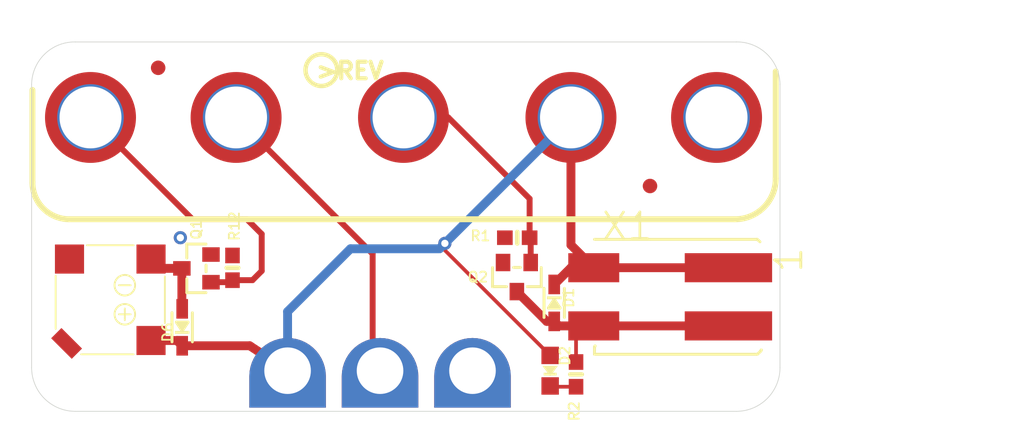
<source format=kicad_pcb>
(kicad_pcb (version 20211014) (generator pcbnew)
  (layers (0 "F.Cu" signal) (31 "B.Cu" signal) (34 "B.Paste" user) (35 "F.Paste" user) (36 "B.SilkS" user "B.Silkscreen") (37 "F.SilkS" user "F.Silkscreen") (38 "B.Mask" user) (39 "F.Mask" user) (44 "Edge.Cuts" user))
  (net 0 "")
  (net 1 "GND")
  (net 2 "3.3V")
  (net 3 "P1")
  (net 4 "P2")
  (net 5 "N$4")
  (net 6 "P0")
  (net 7 "N$1")
  (net 8 "N$2")
  (footprint "boardEagle:CHIPLED_0805_NOOUTLINE" (layer "F.Cu") (at 158.4151 114.909771 180)
    (fp_text reference "D2" (at -1.016 1.778 90) (layer "F.SilkS") (effects (font (size 0.692831 0.692831) (thickness 0.119969)) (justify right)))
    (fp_text value "red")
    (fp_poly (pts (xy 0.5334 0.3302) (xy -0.5334 0.3302) (xy 0 -0.381)) (layer "F.SilkS") (width 0) (fill solid))
    (fp_poly (pts (xy -0.4445 -0.1405) (xy 0.4445 -0.1405) (xy 0.4445 -0.331) (xy -0.4445 -0.331)) (layer "F.SilkS") (width 0) (fill solid))
    (pad "A" smd rect (at 0 1.05 180) (size 1.2 1.2) (layers "F.Cu" "F.Paste" "F.Mask") (net 2 "3.3V"))
    (pad "C" smd rect (at 0 -1.05 180) (size 1.2 1.2) (layers "F.Cu" "F.Paste" "F.Mask") (net 8 "N$2"))
  )
  (footprint "boardEagle:FIDUCIAL_1MM" (layer "F.Cu") (at 131.4911 94.081771)
    (fp_text reference "FID1" hide)
    (fp_text value "FIDUCIAL_1MM" hide)
    (pad "1" smd roundrect (at 0 0) (size 1 1) (layers "F.Cu" "F.Mask") (roundrect_rratio 0.5))
  )
  (footprint "boardEagle:SOT23-WIDE" (layer "F.Cu") (at 156.1291 108.470871 180)
    (fp_text reference "Q2" (at 1.905 0) (layer "F.SilkS") (effects (font (size 0.692831 0.692831) (thickness 0.119969)) (justify right)))
    (fp_text value "BSS138")
    (fp_line (start -1.6724 0.6524) (end -1.6724 -0.6604) (layer "F.SilkS") (width 0.2032))
    (fp_line (start 0.2224 0.6604) (end -0.2364 0.6604) (layer "F.SilkS") (width 0.2032))
    (fp_line (start 1.6724 -0.6604) (end 1.6724 0.6524) (layer "F.SilkS") (width 0.2032))
    (fp_line (start 0.7136 -0.6604) (end 1.6724 -0.6604) (layer "F.SilkS") (width 0.2032))
    (fp_line (start -1.6724 -0.6604) (end -0.7136 -0.6604) (layer "F.SilkS") (width 0.2032))
    (pad "1" smd rect (at -0.95 1 180) (size 1 1.2) (layers "F.Cu" "F.Paste" "F.Mask") (net 4 "P2"))
    (pad "2" smd rect (at 0.95 1 180) (size 1 1.2) (layers "F.Cu" "F.Paste" "F.Mask") (net 1 "GND"))
    (pad "3" smd rect (at 0 -1 180) (size 1 1.2) (layers "F.Cu" "F.Paste" "F.Mask") (net 7 "N$1"))
  )
  (footprint "boardEagle:BUZZER_SMT_7.5MM" (layer "F.Cu") (at 128.2018 110.032971)
    (fp_text reference "SP1" hide)
    (fp_text value "SPEAKER_7.5MM" hide)
    (fp_line (start 0.6 -1) (end 1.4 -1) (layer "F.SilkS") (width 0.127))
    (fp_line (start 3.75 1.6) (end 3.75 -1.6) (layer "F.SilkS") (width 0.127))
    (fp_line (start 0.6 1) (end 1.4 1) (layer "F.SilkS") (width 0.127))
    (fp_line (start 1 0.6) (end 1 1.4) (layer "F.SilkS") (width 0.127))
    (fp_line (start -1.6 -3.75) (end 1.6 -3.75) (layer "F.SilkS") (width 0.127))
    (fp_line (start -2 3.75) (end 1.6 3.75) (layer "F.SilkS") (width 0.127))
    (fp_line (start -3.75 -1.65) (end -3.75 2) (layer "F.SilkS") (width 0.127))
    (fp_circle (center 1 1) (end 1.707106 1) (layer "F.SilkS") (width 0.127) (fill none))
    (fp_circle (center 1 -1) (end 1.707106 -1) (layer "F.SilkS") (width 0.127) (fill none))
    (pad "+" smd rect (at 2.8 2.8) (size 2 2) (layers "F.Cu" "F.Paste" "F.Mask") (net 2 "3.3V"))
    (pad "-" smd rect (at 2.8 -2.8) (size 2 2) (layers "F.Cu" "F.Paste" "F.Mask") (net 5 "N$4"))
    (pad "MT" smd rect (at -3 3 135) (size 2 1) (layers "F.Cu" "F.Paste" "F.Mask"))
    (pad "MT2" smd rect (at -2.8 -2.8) (size 2 2) (layers "F.Cu" "F.Paste" "F.Mask"))
  )
  (footprint "boardEagle:PCB_ALLI" (layer "F.Cu") (at 153.0811 114.401771 180)
    (fp_text reference "TP3" hide)
    (fp_text value "SEWTAPPCB_ALLIGATOR" hide)
    (fp_poly (pts (xy 2.6289 -0.886314) (xy 2.609894 -0.572102) (xy 2.552666 -0.259824) (xy 2.458216 0.043278) (xy 2.327919 0.332786) (xy 2.163676 0.604477) (xy 1.967881 0.854391) (xy 1.743391 1.078881) (xy 1.493477 1.274676) (xy 1.221786 1.438919) (xy 0.932278 1.569216) (xy 0.629176 1.663666) (xy 0.316898 1.720894) (xy 0 1.740062) (xy -0.316898 1.720894) (xy -0.629176 1.663666) (xy -0.932278 1.569216) (xy -1.221786 1.438919) (xy -1.493477 1.274676) (xy -1.743391 1.078881) (xy -1.967881 0.854391) (xy -2.163676 0.604477) (xy -2.327919 0.332786) (xy -2.458216 0.043278) (xy -2.552666 -0.259824) (xy -2.609894 -0.572102) (xy -2.6289 -0.886314) (xy -2.6289 -3.0479) (xy 2.6289 -3.0479)) (layer "F.Cu") (width 0) (fill solid))
    (fp_poly (pts (xy 2.6289 -0.886314) (xy 2.609894 -0.572102) (xy 2.552666 -0.259824) (xy 2.458216 0.043278) (xy 2.327919 0.332786) (xy 2.163676 0.604477) (xy 1.967881 0.854391) (xy 1.743391 1.078881) (xy 1.493477 1.274676) (xy 1.221786 1.438919) (xy 0.932278 1.569216) (xy 0.629176 1.663666) (xy 0.316898 1.720894) (xy 0 1.740062) (xy -0.316898 1.720894) (xy -0.629176 1.663666) (xy -0.932278 1.569216) (xy -1.221786 1.438919) (xy -1.493477 1.274676) (xy -1.743391 1.078881) (xy -1.967881 0.854391) (xy -2.163676 0.604477) (xy -2.327919 0.332786) (xy -2.458216 0.043278) (xy -2.552666 -0.259824) (xy -2.609894 -0.572102) (xy -2.6289 -0.886314) (xy -2.6289 -3.0479) (xy 2.6289 -3.0479)) (layer "B.Cu") (width 0) (fill solid))
    (pad "P$1" thru_hole circle (at 0 -0.508 180) (size 4.216 4.216) (drill 3.2) (layers *.Cu *.Mask) (net 1 "GND"))
  )
  (footprint "boardEagle:0603-NO" (layer "F.Cu") (at 156.1545 105.765771 180)
    (fp_text reference "R1" (at 1.778 0.127) (layer "F.SilkS") (effects (font (size 0.692831 0.692831) (thickness 0.119969)) (justify right)))
    (fp_text value "10K")
    (fp_line (start 0 -0.4) (end 0 0.4) (layer "F.SilkS") (width 0.3048))
    (pad "1" smd rect (at -0.85 0 180) (size 1.075 1) (layers "F.Cu" "F.Paste" "F.Mask") (net 4 "P2"))
    (pad "2" smd rect (at 0.85 0 180) (size 1.075 1) (layers "F.Cu" "F.Paste" "F.Mask") (net 1 "GND"))
  )
  (footprint "boardEagle:FIDUCIAL_1MM" (layer "F.Cu") (at 165.2731 102.209771)
    (fp_text reference "FID2" hide)
    (fp_text value "FIDUCIAL_1MM" hide)
    (pad "1" smd roundrect (at 0 0) (size 1 1) (layers "F.Cu" "F.Mask") (roundrect_rratio 0.5))
  )
  (footprint "boardEagle:BONSAI_TOP" (layer "F.Cu") (at 122.6011 117.703771)
    (fp_text reference "U$5" hide)
    (fp_text value "" hide)
  )
  (footprint "boardEagle:PCB_ALLI" (layer "F.Cu") (at 140.3811 114.401771 180)
    (fp_text reference "TP1" hide)
    (fp_text value "SEWTAPPCB_ALLIGATOR" hide)
    (fp_poly (pts (xy 2.6289 -0.886314) (xy 2.609894 -0.572102) (xy 2.552666 -0.259824) (xy 2.458216 0.043278) (xy 2.327919 0.332786) (xy 2.163676 0.604477) (xy 1.967881 0.854391) (xy 1.743391 1.078881) (xy 1.493477 1.274676) (xy 1.221786 1.438919) (xy 0.932278 1.569216) (xy 0.629176 1.663666) (xy 0.316898 1.720894) (xy 0 1.740062) (xy -0.316898 1.720894) (xy -0.629176 1.663666) (xy -0.932278 1.569216) (xy -1.221786 1.438919) (xy -1.493477 1.274676) (xy -1.743391 1.078881) (xy -1.967881 0.854391) (xy -2.163676 0.604477) (xy -2.327919 0.332786) (xy -2.458216 0.043278) (xy -2.552666 -0.259824) (xy -2.609894 -0.572102) (xy -2.6289 -0.886314) (xy -2.6289 -3.0479) (xy 2.6289 -3.0479)) (layer "F.Cu") (width 0) (fill solid))
    (fp_poly (pts (xy 2.6289 -0.886314) (xy 2.609894 -0.572102) (xy 2.552666 -0.259824) (xy 2.458216 0.043278) (xy 2.327919 0.332786) (xy 2.163676 0.604477) (xy 1.967881 0.854391) (xy 1.743391 1.078881) (xy 1.493477 1.274676) (xy 1.221786 1.438919) (xy 0.932278 1.569216) (xy 0.629176 1.663666) (xy 0.316898 1.720894) (xy 0 1.740062) (xy -0.316898 1.720894) (xy -0.629176 1.663666) (xy -0.932278 1.569216) (xy -1.221786 1.438919) (xy -1.493477 1.274676) (xy -1.743391 1.078881) (xy -1.967881 0.854391) (xy -2.163676 0.604477) (xy -2.327919 0.332786) (xy -2.458216 0.043278) (xy -2.552666 -0.259824) (xy -2.609894 -0.572102) (xy -2.6289 -0.886314) (xy -2.6289 -3.0479) (xy 2.6289 -3.0479)) (layer "B.Cu") (width 0) (fill solid))
    (pad "P$1" thru_hole circle (at 0 -0.508 180) (size 4.216 4.216) (drill 3.2) (layers *.Cu *.Mask) (net 2 "3.3V"))
  )
  (footprint "boardEagle:SOD-323" (layer "F.Cu") (at 158.6945 110.248871 -90)
    (fp_text reference "D1" (at -1.1 -1 90) (layer "F.SilkS") (effects (font (size 0.692831 0.692831) (thickness 0.119969)) (justify right)))
    (fp_text value "1N4148")
    (fp_line (start 0.35 -0.4) (end 0.35 0.4) (layer "F.SilkS") (width 0.2032))
    (fp_line (start 0.35 0.4) (end -0.25 0) (layer "F.SilkS") (width 0.2032))
    (fp_line (start -1 -0.7) (end 1 -0.7) (layer "F.SilkS") (width 0.2032))
    (fp_line (start -0.25 0) (end 0.35 -0.4) (layer "F.SilkS") (width 0.2032))
    (fp_line (start 1 0.7) (end -1 0.7) (layer "F.SilkS") (width 0.2032))
    (fp_poly (pts (xy -0.45 0.5) (xy -0.25 0.5) (xy -0.25 -0.5) (xy -0.45 -0.5)) (layer "F.SilkS") (width 0) (fill solid))
    (fp_poly (pts (xy 0.3016 0.389841) (xy -0.283162 0) (xy 0.3016 -0.389841)) (layer "F.SilkS") (width 0) (fill solid))
    (pad "A" smd rect (at 1.27 0 270) (size 1.35 0.8) (layers "F.Cu" "F.Paste" "F.Mask") (net 7 "N$1"))
    (pad "C" smd rect (at -1.27 0 270) (size 1.35 0.8) (layers "F.Cu" "F.Paste" "F.Mask") (net 2 "3.3V"))
  )
  (footprint "boardEagle:0603-NO" (layer "F.Cu") (at 136.5965 107.835871 90)
    (fp_text reference "R12" (at 1.778 0.127 90) (layer "F.SilkS") (effects (font (size 0.692831 0.692831) (thickness 0.119969)) (justify left)))
    (fp_text value "10K")
    (fp_line (start 0 -0.4) (end 0 0.4) (layer "F.SilkS") (width 0.3048))
    (pad "1" smd rect (at -0.85 0 90) (size 1.075 1) (layers "F.Cu" "F.Paste" "F.Mask") (net 6 "P0"))
    (pad "2" smd rect (at 0.85 0 90) (size 1.075 1) (layers "F.Cu" "F.Paste" "F.Mask") (net 1 "GND"))
  )
  (footprint "boardEagle:MICROBIT_5SMTNUT" (layer "F.Cu") (at 148.344 104.495771)
    (fp_text reference "MB2" hide)
    (fp_text value "MICROBIT_5PIN" hide)
    (fp_circle (center -21.5 -7) (end -18.8838 -7) (layer "F.Cu") (width 1.016) (fill none))
    (fp_circle (center 11.5 -7) (end 14.1162 -7) (layer "F.Cu") (width 1.016) (fill none))
    (fp_circle (center -11.5 -7) (end -8.8838 -7) (layer "F.Cu") (width 1.016) (fill none))
    (fp_circle (center 0 -7) (end 2.6162 -7) (layer "F.Cu") (width 1.016) (fill none))
    (fp_circle (center 21.5 -7) (end 24.1162 -7) (layer "F.Cu") (width 1.016) (fill none))
    (pad "3V" thru_hole circle (at 11.5 -7) (size 4.572 4.572) (drill 4.25) (layers *.Cu *.Mask) (net 2 "3.3V"))
    (pad "GND" thru_hole circle (at 21.5 -7) (size 4.572 4.572) (drill 4.25) (layers *.Cu *.Mask) (net 1 "GND"))
    (pad "P0" thru_hole circle (at -21.5 -7) (size 4.572 4.572) (drill 4.25) (layers *.Cu *.Mask) (net 6 "P0"))
    (pad "P1" thru_hole circle (at -11.5 -7) (size 4.572 4.572) (drill 4.25) (layers *.Cu *.Mask) (net 3 "P1"))
    (pad "P2" thru_hole circle (at 0 -7) (size 4.572 4.572) (drill 4.25) (layers *.Cu *.Mask) (net 4 "P2"))
  )
  (footprint "boardEagle:P-2060-402_998-404" (layer "F.Cu") (at 166.0351 109.829771)
    (fp_text reference "X1" (at -4.175 -4.85) (layer "F.SilkS") (effects (font (size 1.82 1.82) (thickness 0.18)) (justify left)))
    (fp_text value "2060-402/998-404")
    (fp_text user "1" (at 9.825 -1.55 90) (layer "F.SilkS") (effects (font (size 1.8 1.8) (thickness 0.2)) (justify left bottom)))
    (fp_line (start -4.5679 3.4472) (end -4.5631 3.4321) (layer "F.SilkS") (width 0.2))
    (fp_line (start -4.575 3.5) (end -4.575 3.95) (layer "F.SilkS") (width 0.2))
    (fp_line (start 6.7889 3.7842) (end 6.7154 3.8571) (layer "F.SilkS") (width 0.2))
    (fp_line (start 6.6004 -3.95) (end 6.6393 -3.9212) (layer "F.SilkS") (width 0.2))
    (fp_line (start 6.8516 3.7094) (end 6.8416 3.7236) (layer "F.SilkS") (width 0.2))
    (fp_line (start -4.557 3.4172) (end -4.5496 3.4025) (layer "F.SilkS") (width 0.2))
    (fp_line (start -4.5698 3.4548) (end -4.5679 3.4472) (layer "F.SilkS") (width 0.2))
    (fp_line (start 6.8856 3.6474) (end 6.8781 3.6638) (layer "F.SilkS") (width 0.2))
    (fp_line (start 6.6393 -3.9212) (end 6.7154 -3.8571) (layer "F.SilkS") (width 0.2))
    (fp_line (start -4.5409 3.3884) (end -4.5309 3.3748) (layer "F.SilkS") (width 0.2))
    (fp_line (start 6.8781 3.6638) (end 6.8699 3.6796) (layer "F.SilkS") (width 0.2))
    (fp_line (start 6.8564 3.7022) (end 6.8516 3.7094) (layer "F.SilkS") (width 0.2))
    (fp_line (start -4.5749 3.4926) (end -4.5737 3.4776) (layer "F.SilkS") (width 0.2))
    (fp_line (start -4.5714 3.4624) (end -4.5698 3.4548) (layer "F.SilkS") (width 0.2))
    (fp_line (start 6.6393 3.9212) (end 6.6004 3.95) (layer "F.SilkS") (width 0.2))
    (fp_line (start -4.5496 3.4025) (end -4.5409 3.3884) (layer "F.SilkS") (width 0.2))
    (fp_line (start 6.6004 -3.95) (end -4.575 -3.95) (layer "F.SilkS") (width 0.2))
    (fp_line (start -4.5737 3.4776) (end -4.5714 3.4624) (layer "F.SilkS") (width 0.2))
    (fp_line (start 6.8305 3.7377) (end 6.8245 3.7447) (layer "F.SilkS") (width 0.2))
    (fp_line (start 6.8416 3.7236) (end 6.8305 3.7377) (layer "F.SilkS") (width 0.2))
    (fp_line (start -4.5631 3.4321) (end -4.557 3.4172) (layer "F.SilkS") (width 0.2))
    (fp_line (start -4.575 3.5) (end -4.5749 3.4926) (layer "F.SilkS") (width 0.2))
    (fp_line (start 6.861 3.6948) (end 6.8564 3.7022) (layer "F.SilkS") (width 0.2))
    (fp_line (start 6.8699 3.6796) (end 6.861 3.6948) (layer "F.SilkS") (width 0.2))
    (fp_line (start 6.7154 -3.8571) (end 6.7889 -3.7842) (layer "F.SilkS") (width 0.2))
    (fp_line (start 6.7154 3.8571) (end 6.6393 3.9212) (layer "F.SilkS") (width 0.2))
    (fp_line (start -4.575 3.95) (end 6.6004 3.95) (layer "F.SilkS") (width 0.2))
    (fp_line (start 6.8245 3.7447) (end 6.7889 3.7842) (layer "F.SilkS") (width 0.2))
    (pad "L1.1" smd rect (at 4.625 -2) (size 6 2) (layers "F.Cu" "F.Paste" "F.Mask") (net 2 "3.3V"))
    (pad "L1.2" smd rect (at -4.625 -2) (size 3.5 2) (layers "F.Cu" "F.Paste" "F.Mask") (net 2 "3.3V"))
    (pad "L2.1" smd rect (at 4.625 2) (size 6 2) (layers "F.Cu" "F.Paste" "F.Mask") (net 7 "N$1"))
    (pad "L2.2" smd rect (at -4.625 2) (size 3.5 2) (layers "F.Cu" "F.Paste" "F.Mask") (net 7 "N$1"))
  )
  (footprint "boardEagle:PCB_ALLI" (layer "F.Cu") (at 146.7311 114.401771 180)
    (fp_text reference "TP2" hide)
    (fp_text value "SEWTAPPCB_ALLIGATOR" hide)
    (fp_poly (pts (xy 2.6289 -0.886314) (xy 2.609894 -0.572102) (xy 2.552666 -0.259824) (xy 2.458216 0.043278) (xy 2.327919 0.332786) (xy 2.163676 0.604477) (xy 1.967881 0.854391) (xy 1.743391 1.078881) (xy 1.493477 1.274676) (xy 1.221786 1.438919) (xy 0.932278 1.569216) (xy 0.629176 1.663666) (xy 0.316898 1.720894) (xy 0 1.740062) (xy -0.316898 1.720894) (xy -0.629176 1.663666) (xy -0.932278 1.569216) (xy -1.221786 1.438919) (xy -1.493477 1.274676) (xy -1.743391 1.078881) (xy -1.967881 0.854391) (xy -2.163676 0.604477) (xy -2.327919 0.332786) (xy -2.458216 0.043278) (xy -2.552666 -0.259824) (xy -2.609894 -0.572102) (xy -2.6289 -0.886314) (xy -2.6289 -3.0479) (xy 2.6289 -3.0479)) (layer "F.Cu") (width 0) (fill solid))
    (fp_poly (pts (xy 2.6289 -0.886314) (xy 2.609894 -0.572102) (xy 2.552666 -0.259824) (xy 2.458216 0.043278) (xy 2.327919 0.332786) (xy 2.163676 0.604477) (xy 1.967881 0.854391) (xy 1.743391 1.078881) (xy 1.493477 1.274676) (xy 1.221786 1.438919) (xy 0.932278 1.569216) (xy 0.629176 1.663666) (xy 0.316898 1.720894) (xy 0 1.740062) (xy -0.316898 1.720894) (xy -0.629176 1.663666) (xy -0.932278 1.569216) (xy -1.221786 1.438919) (xy -1.493477 1.274676) (xy -1.743391 1.078881) (xy -1.967881 0.854391) (xy -2.163676 0.604477) (xy -2.327919 0.332786) (xy -2.458216 0.043278) (xy -2.552666 -0.259824) (xy -2.609894 -0.572102) (xy -2.6289 -0.886314) (xy -2.6289 -3.0479) (xy 2.6289 -3.0479)) (layer "B.Cu") (width 0) (fill solid))
    (pad "P$1" thru_hole circle (at 0 -0.508 180) (size 4.216 4.216) (drill 3.2) (layers *.Cu *.Mask) (net 3 "P1"))
  )
  (footprint "boardEagle:0603-NO" (layer "F.Cu") (at 160.1931 115.163771 -90)
    (fp_text reference "R2" (at 1.778 0.127 90) (layer "F.SilkS") (effects (font (size 0.692831 0.692831) (thickness 0.119969)) (justify right)))
    (fp_text value "1K")
    (fp_line (start 0 -0.4) (end 0 0.4) (layer "F.SilkS") (width 0.3048))
    (pad "1" smd rect (at -0.85 0 270) (size 1.075 1) (layers "F.Cu" "F.Paste" "F.Mask") (net 7 "N$1"))
    (pad "2" smd rect (at 0.85 0 270) (size 1.075 1) (layers "F.Cu" "F.Paste" "F.Mask") (net 8 "N$2"))
  )
  (footprint "boardEagle:PCBFEAT-REV-056" (layer "F.Cu") (at 142.7054 94.241171)
    (fp_text reference "U$10" hide)
    (fp_text value "" hide)
    (fp_text user ">REV" (at -0.5055 0.7145) (layer "F.SilkS") (effects (font (size 1.13792 1.13792) (thickness 0.28448)) (justify left bottom)))
    (fp_circle (center 0 0) (end 1.0924 0) (layer "F.SilkS") (width 0.3048) (fill none))
  )
  (footprint "boardEagle:SOD-323" (layer "F.Cu") (at 133.1421 111.925271 90)
    (fp_text reference "D6" (at -1.1 -1 90) (layer "F.SilkS") (effects (font (size 0.692831 0.692831) (thickness 0.119969)) (justify left)))
    (fp_text value "1N4148")
    (fp_line (start -1 -0.7) (end 1 -0.7) (layer "F.SilkS") (width 0.2032))
    (fp_line (start -0.25 0) (end 0.35 -0.4) (layer "F.SilkS") (width 0.2032))
    (fp_line (start 0.35 0.4) (end -0.25 0) (layer "F.SilkS") (width 0.2032))
    (fp_line (start 1 0.7) (end -1 0.7) (layer "F.SilkS") (width 0.2032))
    (fp_line (start 0.35 -0.4) (end 0.35 0.4) (layer "F.SilkS") (width 0.2032))
    (fp_poly (pts (xy -0.45 0.5) (xy -0.25 0.5) (xy -0.25 -0.5) (xy -0.45 -0.5)) (layer "F.SilkS") (width 0) (fill solid))
    (fp_poly (pts (xy 0.3016 0.389841) (xy -0.283162 0) (xy 0.3016 -0.389841)) (layer "F.SilkS") (width 0) (fill solid))
    (pad "A" smd rect (at 1.27 0 90) (size 1.35 0.8) (layers "F.Cu" "F.Paste" "F.Mask") (net 5 "N$4"))
    (pad "C" smd rect (at -1.27 0 90) (size 1.35 0.8) (layers "F.Cu" "F.Paste" "F.Mask") (net 2 "3.3V"))
  )
  (footprint "boardEagle:SOT23-WIDE" (layer "F.Cu") (at 134.12 107.873971 90)
    (fp_text reference "Q1" (at 1.905 0 90) (layer "F.SilkS") (effects (font (size 0.692831 0.692831) (thickness 0.119969)) (justify left)))
    (fp_text value "BSS138")
    (fp_line (start 0.7136 -0.6604) (end 1.6724 -0.6604) (layer "F.SilkS") (width 0.2032))
    (fp_line (start 0.2224 0.6604) (end -0.2364 0.6604) (layer "F.SilkS") (width 0.2032))
    (fp_line (start -1.6724 -0.6604) (end -0.7136 -0.6604) (layer "F.SilkS") (width 0.2032))
    (fp_line (start -1.6724 0.6524) (end -1.6724 -0.6604) (layer "F.SilkS") (width 0.2032))
    (fp_line (start 1.6724 -0.6604) (end 1.6724 0.6524) (layer "F.SilkS") (width 0.2032))
    (pad "1" smd rect (at -0.95 1 90) (size 1 1.2) (layers "F.Cu" "F.Paste" "F.Mask") (net 6 "P0"))
    (pad "2" smd rect (at 0.95 1 90) (size 1 1.2) (layers "F.Cu" "F.Paste" "F.Mask") (net 1 "GND"))
    (pad "3" smd rect (at 0 -1 90) (size 1 1.2) (layers "F.Cu" "F.Paste" "F.Mask") (net 5 "N$4"))
  )
  (footprint "boardEagle:BONSAI_BOT" (layer "B.Cu") (at 174.1631 117.703771 180)
    (fp_text reference "U$4" hide)
    (fp_text value "" hide)
  )
  (gr_line (start 122.8551 95.605771) (end 122.8551 101.955771) (layer "F.SilkS") (width 0.4064))
  (gr_arc (start 173.9091 101.701771) (mid 173.090756 103.677427) (end 171.1151 104.495771) (layer "F.SilkS") (width 0.4064))
  (gr_arc (start 125.3951 104.495771) (mid 123.599049 103.751822) (end 122.8551 101.955771) (layer "F.SilkS") (width 0.4064))
  (gr_line (start 125.3951 104.495771) (end 171.1151 104.495771) (layer "F.SilkS") (width 0.4064))
  (gr_line (start 173.9091 101.701771) (end 173.9091 94.335771) (layer "F.SilkS") (width 0.4064))
  (gr_line (start 174.2011 114.703771) (end 174.2011 95.213771) (layer "Edge.Cuts") (width 0.05))
  (gr_line (start 125.8011 117.703771) (end 171.2011 117.703771) (layer "Edge.Cuts") (width 0.05))
  (gr_line (start 122.8011 95.213771) (end 122.8011 114.703771) (layer "Edge.Cuts") (width 0.05))
  (gr_arc (start 122.8011 95.213771) (mid 123.698419 93.137451) (end 125.8011 92.303771) (layer "Edge.Cuts") (width 0.05))
  (gr_arc (start 125.8011 117.703771) (mid 123.67978 116.825091) (end 122.8011 114.703771) (layer "Edge.Cuts") (width 0.05))
  (gr_arc (start 171.2011 92.303771) (mid 173.303781 93.137451) (end 174.2011 95.213771) (layer "Edge.Cuts") (width 0.05))
  (gr_line (start 171.2011 92.303771) (end 125.8011 92.303771) (layer "Edge.Cuts") (width 0.05))
  (gr_arc (start 174.2011 114.703771) (mid 173.32242 116.825091) (end 171.2011 117.703771) (layer "Edge.Cuts") (width 0.05))
  (via (at 133.0151 105.765771) (size 0.9064) (drill 0.5) (layers "F.Cu" "B.Cu") (net 1))
  (segment (start 133.1421 113.195271) (end 137.781696 113.195271) (width 0.6096) (layer "F.Cu") (net 2))
  (segment (start 170.6601 107.829771) (end 161.4101 107.829771) (width 0.6096) (layer "F.Cu") (net 2))
  (segment (start 159.8436 107.829771) (end 161.4101 107.829771) (width 0.6096) (layer "F.Cu") (net 2))
  (segment (start 137.781696 113.195271) (end 140.3811 114.909771) (width 0.6096) (layer "F.Cu") (net 2))
  (segment (start 158.6945 108.978871) (end 159.8436 107.829771) (width 0.6096) (layer "F.Cu") (net 2))
  (segment (start 131.0018 112.832971) (end 132.7798 112.832971) (width 0.6096) (layer "F.Cu") (net 2))
  (segment (start 158.4151 113.859771) (end 151.18455 106.629221) (width 0.254) (layer "F.Cu") (net 2))
  (segment (start 159.844 97.495771) (end 159.844 106.263671) (width 0.6096) (layer "F.Cu") (net 2))
  (segment (start 132.7798 112.832971) (end 133.1421 113.195271) (width 0.6096) (layer "F.Cu") (net 2))
  (segment (start 151.18455 106.629221) (end 151.18455 106.155221) (width 0.254) (layer "F.Cu") (net 2))
  (segment (start 159.844 106.263671) (end 161.4101 107.829771) (width 0.6096) (layer "F.Cu") (net 2))
  (via (at 151.18455 106.155221) (size 0.9064) (drill 0.5) (layers "F.Cu" "B.Cu") (net 2))
  (segment (start 140.3811 110.845771) (end 140.3811 114.909771) (width 0.6096) (layer "B.Cu") (net 2))
  (segment (start 144.6991 106.527771) (end 140.3811 110.845771) (width 0.6096) (layer "B.Cu") (net 2))
  (segment (start 159.844 97.495771) (end 151.18455 106.155221) (width 0.6096) (layer "B.Cu") (net 2))
  (segment (start 151.18455 106.155221) (end 150.812 106.527771) (width 0.6096) (layer "B.Cu") (net 2))
  (segment (start 150.812 106.527771) (end 144.6991 106.527771) (width 0.6096) (layer "B.Cu") (net 2))
  (segment (start 146.2231 115.417771) (end 146.7311 114.909771) (width 0.4064) (layer "F.Cu") (net 3))
  (segment (start 146.2231 106.874871) (end 146.2231 115.417771) (width 0.4064) (layer "F.Cu") (net 3))
  (segment (start 136.844 97.495771) (end 146.2231 106.874871) (width 0.4064) (layer "F.Cu") (net 3))
  (segment (start 157.0791 105.857171) (end 157.0045 105.765771) (width 0.4064) (layer "F.Cu") (net 4))
  (segment (start 148.344 97.495771) (end 151.4151 97.495771) (width 0.4064) (layer "F.Cu") (net 4))
  (segment (start 157.0791 107.470871) (end 157.0791 105.857171) (width 0.4064) (layer "F.Cu") (net 4))
  (segment (start 151.4151 97.495771) (end 157.0045 103.085171) (width 0.4064) (layer "F.Cu") (net 4))
  (segment (start 157.0045 103.085171) (end 157.0045 105.765771) (width 0.4064) (layer "F.Cu") (net 4))
  (segment (start 131.6428 107.873971) (end 131.0018 107.232971) (width 0.6096) (layer "F.Cu") (net 5))
  (segment (start 133.12 110.633171) (end 133.12 107.873971) (width 0.6096) (layer "F.Cu") (net 5))
  (segment (start 133.1421 110.655271) (end 133.12 110.633171) (width 0.6096) (layer "F.Cu") (net 5))
  (segment (start 133.12 107.873971) (end 131.6428 107.873971) (width 0.6096) (layer "F.Cu") (net 5))
  (segment (start 136.4584 108.823971) (end 136.5965 108.685871) (width 0.4064) (layer "F.Cu") (net 6))
  (segment (start 133.844 104.495771) (end 137.5871 104.495771) (width 0.4064) (layer "F.Cu") (net 6))
  (segment (start 137.5871 104.495771) (end 138.6031 105.511771) (width 0.4064) (layer "F.Cu") (net 6))
  (segment (start 135.12 108.823971) (end 136.4584 108.823971) (width 0.4064) (layer "F.Cu") (net 6))
  (segment (start 138.6031 108.051771) (end 138.6031 105.511771) (width 0.4064) (layer "F.Cu") (net 6))
  (segment (start 136.5965 108.685871) (end 137.969 108.685871) (width 0.4064) (layer "F.Cu") (net 6))
  (segment (start 137.969 108.685871) (end 138.6031 108.051771) (width 0.4064) (layer "F.Cu") (net 6))
  (segment (start 126.844 97.495771) (end 133.844 104.495771) (width 0.4064) (layer "F.Cu") (net 6))
  (segment (start 159.0054 111.829771) (end 158.6945 111.518871) (width 0.6096) (layer "F.Cu") (net 7))
  (segment (start 160.1931 112.083771) (end 160.4471 111.829771) (width 0.254) (layer "F.Cu") (net 7))
  (segment (start 161.4101 111.829771) (end 160.4471 111.829771) (width 0.6096) (layer "F.Cu") (net 7))
  (segment (start 158.6945 111.518871) (end 158.1771 111.518871) (width 0.6096) (layer "F.Cu") (net 7))
  (segment (start 170.6601 111.829771) (end 161.4101 111.829771) (width 0.6096) (layer "F.Cu") (net 7))
  (segment (start 158.1771 111.518871) (end 156.1291 109.470871) (width 0.6096) (layer "F.Cu") (net 7))
  (segment (start 160.1931 114.313771) (end 160.1931 112.083771) (width 0.254) (layer "F.Cu") (net 7))
  (segment (start 160.4471 111.829771) (end 159.0054 111.829771) (width 0.6096) (layer "F.Cu") (net 7))
  (segment (start 160.1931 116.013771) (end 158.4691 116.013771) (width 0.254) (layer "F.Cu") (net 8))
  (segment (start 158.4691 116.013771) (end 158.4151 115.959771) (width 0.254) (layer "F.Cu") (net 8))
)
</source>
